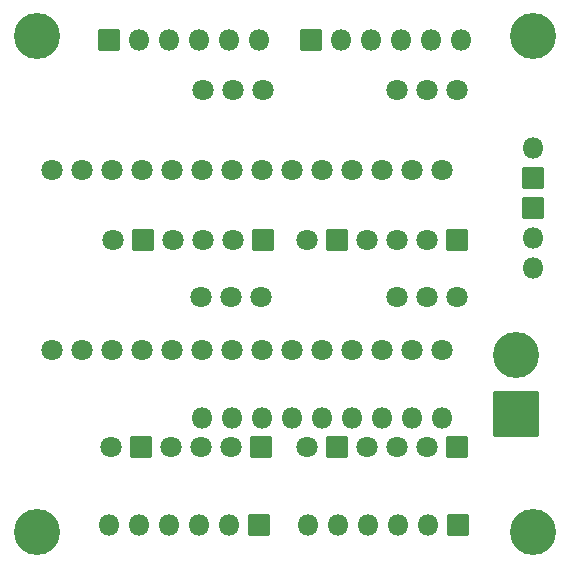
<source format=gbs>
G04 #@! TF.GenerationSoftware,KiCad,Pcbnew,7.0.5*
G04 #@! TF.CreationDate,2023-08-11T11:43:47-04:00*
G04 #@! TF.ProjectId,Tadpole,54616470-6f6c-4652-9e6b-696361645f70,rev?*
G04 #@! TF.SameCoordinates,Original*
G04 #@! TF.FileFunction,Soldermask,Bot*
G04 #@! TF.FilePolarity,Negative*
%FSLAX46Y46*%
G04 Gerber Fmt 4.6, Leading zero omitted, Abs format (unit mm)*
G04 Created by KiCad (PCBNEW 7.0.5) date 2023-08-11 11:43:47*
%MOMM*%
%LPD*%
G01*
G04 APERTURE LIST*
G04 Aperture macros list*
%AMRoundRect*
0 Rectangle with rounded corners*
0 $1 Rounding radius*
0 $2 $3 $4 $5 $6 $7 $8 $9 X,Y pos of 4 corners*
0 Add a 4 corners polygon primitive as box body*
4,1,4,$2,$3,$4,$5,$6,$7,$8,$9,$2,$3,0*
0 Add four circle primitives for the rounded corners*
1,1,$1+$1,$2,$3*
1,1,$1+$1,$4,$5*
1,1,$1+$1,$6,$7*
1,1,$1+$1,$8,$9*
0 Add four rect primitives between the rounded corners*
20,1,$1+$1,$2,$3,$4,$5,0*
20,1,$1+$1,$4,$5,$6,$7,0*
20,1,$1+$1,$6,$7,$8,$9,0*
20,1,$1+$1,$8,$9,$2,$3,0*%
G04 Aperture macros list end*
%ADD10O,1.800000X1.800000*%
%ADD11RoundRect,0.050000X0.850000X0.850000X-0.850000X0.850000X-0.850000X-0.850000X0.850000X-0.850000X0*%
%ADD12RoundRect,0.050000X0.850000X-0.850000X0.850000X0.850000X-0.850000X0.850000X-0.850000X-0.850000X0*%
%ADD13RoundRect,0.050000X-0.850000X0.850000X-0.850000X-0.850000X0.850000X-0.850000X0.850000X0.850000X0*%
%ADD14RoundRect,0.050000X1.900000X-1.900000X1.900000X1.900000X-1.900000X1.900000X-1.900000X-1.900000X0*%
%ADD15C,3.900000*%
%ADD16C,1.800000*%
G04 APERTURE END LIST*
D10*
X156000000Y-97610000D03*
X156000000Y-95070000D03*
D11*
X156000000Y-92530000D03*
X156000000Y-89990000D03*
D10*
X156000000Y-87450000D03*
X120100000Y-119400000D03*
X122640000Y-119400000D03*
X125180000Y-119400000D03*
X127720000Y-119400000D03*
X130260000Y-119400000D03*
D12*
X132800000Y-119400000D03*
D10*
X137000000Y-119400000D03*
X139540000Y-119400000D03*
X142080000Y-119400000D03*
X144620000Y-119400000D03*
X147160000Y-119400000D03*
D12*
X149700000Y-119400000D03*
D10*
X132800000Y-78300000D03*
X130260000Y-78300000D03*
X127720000Y-78300000D03*
X125180000Y-78300000D03*
X122640000Y-78300000D03*
D13*
X120100000Y-78300000D03*
D10*
X149900000Y-78300000D03*
X147360000Y-78300000D03*
X144820000Y-78300000D03*
X142280000Y-78300000D03*
X139740000Y-78300000D03*
D13*
X137200000Y-78300000D03*
D14*
X154600000Y-110000000D03*
D15*
X154600000Y-105000000D03*
D10*
X148295000Y-110300000D03*
X145755000Y-110300000D03*
X143215000Y-110300000D03*
X140675000Y-110300000D03*
X138135000Y-110300000D03*
X135595000Y-110300000D03*
X133055000Y-110300000D03*
X130515000Y-110300000D03*
X127975000Y-110300000D03*
D16*
X117815200Y-104521000D03*
X120355200Y-104521000D03*
X122895200Y-104521000D03*
X125435200Y-104521000D03*
X120355200Y-89281000D03*
X127975200Y-104521000D03*
X130515200Y-104521000D03*
X133055200Y-104521000D03*
X135595200Y-104521000D03*
X138135200Y-104521000D03*
X140675200Y-104521000D03*
X143215200Y-104521000D03*
X145755200Y-104521000D03*
X148295200Y-104521000D03*
X148295200Y-89281000D03*
X145755200Y-89281000D03*
X143215200Y-89281000D03*
X140675200Y-89281000D03*
X138135200Y-89281000D03*
X135595200Y-89281000D03*
X133055200Y-89281000D03*
X130515200Y-89281000D03*
X127975200Y-89281000D03*
X125435200Y-89281000D03*
X122895200Y-89281000D03*
X117815200Y-89281000D03*
X115275200Y-104521000D03*
X115275200Y-89281000D03*
X144500000Y-100100000D03*
X147040000Y-100100000D03*
X149580000Y-100100000D03*
X136880000Y-112800000D03*
D13*
X139420000Y-112800000D03*
D16*
X141960000Y-112800000D03*
X144500000Y-112800000D03*
X147040000Y-112800000D03*
D13*
X149580000Y-112800000D03*
D16*
X127950000Y-100070000D03*
X130490000Y-100070000D03*
X133030000Y-100070000D03*
X120330000Y-112770000D03*
D13*
X122870000Y-112770000D03*
D16*
X125410000Y-112770000D03*
X127950000Y-112770000D03*
X130490000Y-112770000D03*
D13*
X133030000Y-112770000D03*
D16*
X144500000Y-82524600D03*
X147040000Y-82524600D03*
X149580000Y-82524600D03*
X136880000Y-95224600D03*
D13*
X139420000Y-95224600D03*
D16*
X141960000Y-95224600D03*
X144500000Y-95224600D03*
X147040000Y-95224600D03*
D13*
X149580000Y-95224600D03*
X133130000Y-95224600D03*
D16*
X130590000Y-95224600D03*
X128050000Y-95224600D03*
X125510000Y-95224600D03*
D13*
X122970000Y-95224600D03*
D16*
X120430000Y-95224600D03*
X133130000Y-82524600D03*
X130590000Y-82524600D03*
X128050000Y-82524600D03*
D15*
X114000000Y-120000000D03*
X156000000Y-78000000D03*
X156000000Y-120000000D03*
X114000000Y-78000000D03*
M02*

</source>
